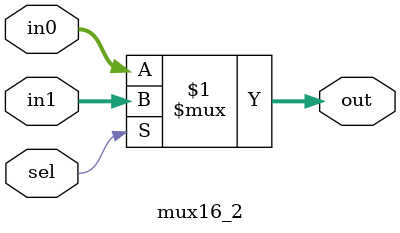
<source format=v>
/*
   CS/ECE 552, Fall '22
   Homework #3, Problem #1
  
   This module creates a mux with 2 16-bit data inputs.
   It also has a 1-bit data select and a single data output.
*/
module mux16_2 (
                // Outputs
                out,
                // Inputs
                in0, in1, sel
                );
	input [15:0] in0;
	input [15:0] in1;
	input sel;
	output [15:0] out;
	
   	assign out = (sel ? in1 : in0);
   	
endmodule

</source>
